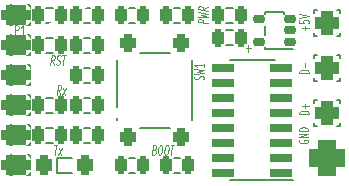
<source format=gbr>
%TF.GenerationSoftware,KiCad,Pcbnew,7.0.5*%
%TF.CreationDate,2023-10-06T16:43:15+02:00*%
%TF.ProjectId,USBTTLPGM_00,55534254-544c-4504-974d-5f30302e6b69,00*%
%TF.SameCoordinates,PX8b8aa80PY5faea10*%
%TF.FileFunction,Legend,Top*%
%TF.FilePolarity,Positive*%
%FSLAX46Y46*%
G04 Gerber Fmt 4.6, Leading zero omitted, Abs format (unit mm)*
G04 Created by KiCad (PCBNEW 7.0.5) date 2023-10-06 16:43:15*
%MOMM*%
%LPD*%
G01*
G04 APERTURE LIST*
G04 Aperture macros list*
%AMRoundRect*
0 Rectangle with rounded corners*
0 $1 Rounding radius*
0 $2 $3 $4 $5 $6 $7 $8 $9 X,Y pos of 4 corners*
0 Add a 4 corners polygon primitive as box body*
4,1,4,$2,$3,$4,$5,$6,$7,$8,$9,$2,$3,0*
0 Add four circle primitives for the rounded corners*
1,1,$1+$1,$2,$3*
1,1,$1+$1,$4,$5*
1,1,$1+$1,$6,$7*
1,1,$1+$1,$8,$9*
0 Add four rect primitives between the rounded corners*
20,1,$1+$1,$2,$3,$4,$5,0*
20,1,$1+$1,$4,$5,$6,$7,0*
20,1,$1+$1,$6,$7,$8,$9,0*
20,1,$1+$1,$8,$9,$2,$3,0*%
G04 Aperture macros list end*
%ADD10C,0.125000*%
%ADD11C,0.203200*%
%ADD12C,0.100000*%
%ADD13RoundRect,0.750000X-0.750000X-0.750000X0.750000X-0.750000X0.750000X0.750000X-0.750000X0.750000X0*%
%ADD14RoundRect,0.500000X-0.500000X-0.500000X0.500000X-0.500000X0.500000X0.500000X-0.500000X0.500000X0*%
%ADD15RoundRect,0.250000X-0.250000X-0.475000X0.250000X-0.475000X0.250000X0.475000X-0.250000X0.475000X0*%
%ADD16RoundRect,0.250000X0.250000X0.475000X-0.250000X0.475000X-0.250000X-0.475000X0.250000X-0.475000X0*%
%ADD17RoundRect,0.317500X0.952500X0.000000X-0.952500X0.000000X-0.952500X0.000000X0.952500X0.000000X0*%
%ADD18RoundRect,0.150000X0.400000X0.150000X-0.400000X0.150000X-0.400000X-0.150000X0.400000X-0.150000X0*%
%ADD19RoundRect,0.325000X0.325000X-0.450000X0.325000X0.450000X-0.325000X0.450000X-0.325000X-0.450000X0*%
%ADD20RoundRect,0.437500X0.812500X0.437500X-0.812500X0.437500X-0.812500X-0.437500X0.812500X-0.437500X0*%
%ADD21RoundRect,0.325000X-0.325000X-0.525000X0.325000X-0.525000X0.325000X0.525000X-0.325000X0.525000X0*%
%ADD22C,3.200000*%
%ADD23C,0.900000*%
G04 APERTURE END LIST*
D10*
%TO.C,CN4*%
X4364190Y-4190952D02*
X4326095Y-4238571D01*
X4326095Y-4238571D02*
X4326095Y-4310000D01*
X4326095Y-4310000D02*
X4364190Y-4381428D01*
X4364190Y-4381428D02*
X4440380Y-4429047D01*
X4440380Y-4429047D02*
X4516571Y-4452857D01*
X4516571Y-4452857D02*
X4668952Y-4476666D01*
X4668952Y-4476666D02*
X4783238Y-4476666D01*
X4783238Y-4476666D02*
X4935619Y-4452857D01*
X4935619Y-4452857D02*
X5011809Y-4429047D01*
X5011809Y-4429047D02*
X5088000Y-4381428D01*
X5088000Y-4381428D02*
X5126095Y-4310000D01*
X5126095Y-4310000D02*
X5126095Y-4262381D01*
X5126095Y-4262381D02*
X5088000Y-4190952D01*
X5088000Y-4190952D02*
X5049904Y-4167143D01*
X5049904Y-4167143D02*
X4783238Y-4167143D01*
X4783238Y-4167143D02*
X4783238Y-4262381D01*
X5126095Y-3952857D02*
X4326095Y-3952857D01*
X4326095Y-3952857D02*
X5126095Y-3667143D01*
X5126095Y-3667143D02*
X4326095Y-3667143D01*
X5126095Y-3429047D02*
X4326095Y-3429047D01*
X4326095Y-3429047D02*
X4326095Y-3309999D01*
X4326095Y-3309999D02*
X4364190Y-3238571D01*
X4364190Y-3238571D02*
X4440380Y-3190952D01*
X4440380Y-3190952D02*
X4516571Y-3167142D01*
X4516571Y-3167142D02*
X4668952Y-3143333D01*
X4668952Y-3143333D02*
X4783238Y-3143333D01*
X4783238Y-3143333D02*
X4935619Y-3167142D01*
X4935619Y-3167142D02*
X5011809Y-3190952D01*
X5011809Y-3190952D02*
X5088000Y-3238571D01*
X5088000Y-3238571D02*
X5126095Y-3309999D01*
X5126095Y-3309999D02*
X5126095Y-3429047D01*
%TO.C,CN3*%
X5173595Y-2027976D02*
X4373595Y-2027976D01*
X4373595Y-2027976D02*
X4373595Y-1908928D01*
X4373595Y-1908928D02*
X4411690Y-1837500D01*
X4411690Y-1837500D02*
X4487880Y-1789881D01*
X4487880Y-1789881D02*
X4564071Y-1766071D01*
X4564071Y-1766071D02*
X4716452Y-1742262D01*
X4716452Y-1742262D02*
X4830738Y-1742262D01*
X4830738Y-1742262D02*
X4983119Y-1766071D01*
X4983119Y-1766071D02*
X5059309Y-1789881D01*
X5059309Y-1789881D02*
X5135500Y-1837500D01*
X5135500Y-1837500D02*
X5173595Y-1908928D01*
X5173595Y-1908928D02*
X5173595Y-2027976D01*
X4868833Y-1527976D02*
X4868833Y-1147024D01*
X5173595Y-1337500D02*
X4564071Y-1337500D01*
%TO.C,CN2*%
X5173595Y1464524D02*
X4373595Y1464524D01*
X4373595Y1464524D02*
X4373595Y1583572D01*
X4373595Y1583572D02*
X4411690Y1655000D01*
X4411690Y1655000D02*
X4487880Y1702619D01*
X4487880Y1702619D02*
X4564071Y1726429D01*
X4564071Y1726429D02*
X4716452Y1750238D01*
X4716452Y1750238D02*
X4830738Y1750238D01*
X4830738Y1750238D02*
X4983119Y1726429D01*
X4983119Y1726429D02*
X5059309Y1702619D01*
X5059309Y1702619D02*
X5135500Y1655000D01*
X5135500Y1655000D02*
X5173595Y1583572D01*
X5173595Y1583572D02*
X5173595Y1464524D01*
X4868833Y1964524D02*
X4868833Y2345476D01*
%TO.C,CN1*%
X4868833Y5072144D02*
X4868833Y5453096D01*
X5173595Y5262620D02*
X4564071Y5262620D01*
X4373595Y5929287D02*
X4373595Y5691192D01*
X4373595Y5691192D02*
X4754547Y5667383D01*
X4754547Y5667383D02*
X4716452Y5691192D01*
X4716452Y5691192D02*
X4678357Y5738811D01*
X4678357Y5738811D02*
X4678357Y5857859D01*
X4678357Y5857859D02*
X4716452Y5905478D01*
X4716452Y5905478D02*
X4754547Y5929287D01*
X4754547Y5929287D02*
X4830738Y5953097D01*
X4830738Y5953097D02*
X5021214Y5953097D01*
X5021214Y5953097D02*
X5097404Y5929287D01*
X5097404Y5929287D02*
X5135500Y5905478D01*
X5135500Y5905478D02*
X5173595Y5857859D01*
X5173595Y5857859D02*
X5173595Y5738811D01*
X5173595Y5738811D02*
X5135500Y5691192D01*
X5135500Y5691192D02*
X5097404Y5667383D01*
X4373595Y6095954D02*
X5173595Y6262620D01*
X5173595Y6262620D02*
X4373595Y6429287D01*
%TO.C,LD5*%
X-3398905Y5678572D02*
X-4198905Y5778572D01*
X-4198905Y5778572D02*
X-4198905Y5969048D01*
X-4198905Y5969048D02*
X-4160810Y6011906D01*
X-4160810Y6011906D02*
X-4122715Y6030953D01*
X-4122715Y6030953D02*
X-4046524Y6045239D01*
X-4046524Y6045239D02*
X-3932239Y6030953D01*
X-3932239Y6030953D02*
X-3856048Y5997620D01*
X-3856048Y5997620D02*
X-3817953Y5969048D01*
X-3817953Y5969048D02*
X-3779858Y5916667D01*
X-3779858Y5916667D02*
X-3779858Y5726191D01*
X-4198905Y6230953D02*
X-3398905Y6250001D01*
X-3398905Y6250001D02*
X-3970334Y6416667D01*
X-3970334Y6416667D02*
X-3398905Y6440477D01*
X-3398905Y6440477D02*
X-4198905Y6659525D01*
X-3398905Y7035715D02*
X-3779858Y6916668D01*
X-3398905Y6750001D02*
X-4198905Y6850001D01*
X-4198905Y6850001D02*
X-4198905Y7040477D01*
X-4198905Y7040477D02*
X-4160810Y7083335D01*
X-4160810Y7083335D02*
X-4122715Y7102382D01*
X-4122715Y7102382D02*
X-4046524Y7116668D01*
X-4046524Y7116668D02*
X-3932239Y7102382D01*
X-3932239Y7102382D02*
X-3856048Y7069049D01*
X-3856048Y7069049D02*
X-3817953Y7040477D01*
X-3817953Y7040477D02*
X-3779858Y6988096D01*
X-3779858Y6988096D02*
X-3779858Y6797620D01*
%TO.C,LD4*%
X-15879881Y-363595D02*
X-15998929Y17358D01*
X-16165596Y-363595D02*
X-16065596Y436405D01*
X-16065596Y436405D02*
X-15875120Y436405D01*
X-15875120Y436405D02*
X-15832262Y398310D01*
X-15832262Y398310D02*
X-15813215Y360215D01*
X-15813215Y360215D02*
X-15798929Y284024D01*
X-15798929Y284024D02*
X-15813215Y169739D01*
X-15813215Y169739D02*
X-15846548Y93548D01*
X-15846548Y93548D02*
X-15875120Y55453D01*
X-15875120Y55453D02*
X-15927501Y17358D01*
X-15927501Y17358D02*
X-16117977Y17358D01*
X-15713215Y-363595D02*
X-15384643Y169739D01*
X-15646548Y169739D02*
X-15451310Y-363595D01*
%TO.C,LD2*%
X-7885953Y-5024547D02*
X-7819286Y-5062642D01*
X-7819286Y-5062642D02*
X-7800239Y-5100738D01*
X-7800239Y-5100738D02*
X-7785953Y-5176928D01*
X-7785953Y-5176928D02*
X-7800239Y-5291214D01*
X-7800239Y-5291214D02*
X-7833572Y-5367404D01*
X-7833572Y-5367404D02*
X-7862144Y-5405500D01*
X-7862144Y-5405500D02*
X-7914525Y-5443595D01*
X-7914525Y-5443595D02*
X-8105001Y-5443595D01*
X-8105001Y-5443595D02*
X-8005001Y-4643595D01*
X-8005001Y-4643595D02*
X-7838334Y-4643595D01*
X-7838334Y-4643595D02*
X-7795477Y-4681690D01*
X-7795477Y-4681690D02*
X-7776429Y-4719785D01*
X-7776429Y-4719785D02*
X-7762144Y-4795976D01*
X-7762144Y-4795976D02*
X-7771667Y-4872166D01*
X-7771667Y-4872166D02*
X-7805001Y-4948357D01*
X-7805001Y-4948357D02*
X-7833572Y-4986452D01*
X-7833572Y-4986452D02*
X-7885953Y-5024547D01*
X-7885953Y-5024547D02*
X-8052620Y-5024547D01*
X-7409763Y-4643595D02*
X-7314525Y-4643595D01*
X-7314525Y-4643595D02*
X-7271667Y-4681690D01*
X-7271667Y-4681690D02*
X-7233572Y-4757880D01*
X-7233572Y-4757880D02*
X-7228810Y-4910261D01*
X-7228810Y-4910261D02*
X-7262144Y-5176928D01*
X-7262144Y-5176928D02*
X-7305001Y-5329309D01*
X-7305001Y-5329309D02*
X-7362144Y-5405500D01*
X-7362144Y-5405500D02*
X-7414525Y-5443595D01*
X-7414525Y-5443595D02*
X-7509763Y-5443595D01*
X-7509763Y-5443595D02*
X-7552620Y-5405500D01*
X-7552620Y-5405500D02*
X-7590715Y-5329309D01*
X-7590715Y-5329309D02*
X-7595477Y-5176928D01*
X-7595477Y-5176928D02*
X-7562144Y-4910261D01*
X-7562144Y-4910261D02*
X-7519286Y-4757880D01*
X-7519286Y-4757880D02*
X-7462144Y-4681690D01*
X-7462144Y-4681690D02*
X-7409763Y-4643595D01*
X-6885953Y-4643595D02*
X-6790715Y-4643595D01*
X-6790715Y-4643595D02*
X-6747857Y-4681690D01*
X-6747857Y-4681690D02*
X-6709762Y-4757880D01*
X-6709762Y-4757880D02*
X-6705000Y-4910261D01*
X-6705000Y-4910261D02*
X-6738334Y-5176928D01*
X-6738334Y-5176928D02*
X-6781191Y-5329309D01*
X-6781191Y-5329309D02*
X-6838334Y-5405500D01*
X-6838334Y-5405500D02*
X-6890715Y-5443595D01*
X-6890715Y-5443595D02*
X-6985953Y-5443595D01*
X-6985953Y-5443595D02*
X-7028810Y-5405500D01*
X-7028810Y-5405500D02*
X-7066905Y-5329309D01*
X-7066905Y-5329309D02*
X-7071667Y-5176928D01*
X-7071667Y-5176928D02*
X-7038334Y-4910261D01*
X-7038334Y-4910261D02*
X-6995476Y-4757880D01*
X-6995476Y-4757880D02*
X-6938334Y-4681690D01*
X-6938334Y-4681690D02*
X-6885953Y-4643595D01*
X-6528809Y-4643595D02*
X-6243095Y-4643595D01*
X-6485952Y-5443595D02*
X-6385952Y-4643595D01*
%TO.C,LD1*%
X-16423571Y2176405D02*
X-16542619Y2557358D01*
X-16709286Y2176405D02*
X-16609286Y2976405D01*
X-16609286Y2976405D02*
X-16418810Y2976405D01*
X-16418810Y2976405D02*
X-16375952Y2938310D01*
X-16375952Y2938310D02*
X-16356905Y2900215D01*
X-16356905Y2900215D02*
X-16342619Y2824024D01*
X-16342619Y2824024D02*
X-16356905Y2709739D01*
X-16356905Y2709739D02*
X-16390238Y2633548D01*
X-16390238Y2633548D02*
X-16418810Y2595453D01*
X-16418810Y2595453D02*
X-16471191Y2557358D01*
X-16471191Y2557358D02*
X-16661667Y2557358D01*
X-16228333Y2214500D02*
X-16161667Y2176405D01*
X-16161667Y2176405D02*
X-16042619Y2176405D01*
X-16042619Y2176405D02*
X-15990238Y2214500D01*
X-15990238Y2214500D02*
X-15961667Y2252596D01*
X-15961667Y2252596D02*
X-15928333Y2328786D01*
X-15928333Y2328786D02*
X-15918810Y2404977D01*
X-15918810Y2404977D02*
X-15933095Y2481167D01*
X-15933095Y2481167D02*
X-15952143Y2519262D01*
X-15952143Y2519262D02*
X-15995000Y2557358D01*
X-15995000Y2557358D02*
X-16085476Y2595453D01*
X-16085476Y2595453D02*
X-16128333Y2633548D01*
X-16128333Y2633548D02*
X-16147381Y2671643D01*
X-16147381Y2671643D02*
X-16161667Y2747834D01*
X-16161667Y2747834D02*
X-16152143Y2824024D01*
X-16152143Y2824024D02*
X-16118810Y2900215D01*
X-16118810Y2900215D02*
X-16090238Y2938310D01*
X-16090238Y2938310D02*
X-16037857Y2976405D01*
X-16037857Y2976405D02*
X-15918810Y2976405D01*
X-15918810Y2976405D02*
X-15852143Y2938310D01*
X-15704524Y2976405D02*
X-15418810Y2976405D01*
X-15661667Y2176405D02*
X-15561667Y2976405D01*
%TO.C,C1*%
X237976Y3551334D02*
X-142976Y3551334D01*
X47500Y3856096D02*
X47500Y3246572D01*
%TO.C,SW1*%
X-3754500Y920835D02*
X-3716405Y992263D01*
X-3716405Y992263D02*
X-3716405Y1111311D01*
X-3716405Y1111311D02*
X-3754500Y1158930D01*
X-3754500Y1158930D02*
X-3792596Y1182739D01*
X-3792596Y1182739D02*
X-3868786Y1206549D01*
X-3868786Y1206549D02*
X-3944977Y1206549D01*
X-3944977Y1206549D02*
X-4021167Y1182739D01*
X-4021167Y1182739D02*
X-4059262Y1158930D01*
X-4059262Y1158930D02*
X-4097358Y1111311D01*
X-4097358Y1111311D02*
X-4135453Y1016073D01*
X-4135453Y1016073D02*
X-4173548Y968454D01*
X-4173548Y968454D02*
X-4211643Y944644D01*
X-4211643Y944644D02*
X-4287834Y920835D01*
X-4287834Y920835D02*
X-4364024Y920835D01*
X-4364024Y920835D02*
X-4440215Y944644D01*
X-4440215Y944644D02*
X-4478310Y968454D01*
X-4478310Y968454D02*
X-4516405Y1016073D01*
X-4516405Y1016073D02*
X-4516405Y1135120D01*
X-4516405Y1135120D02*
X-4478310Y1206549D01*
X-4516405Y1373215D02*
X-3716405Y1492263D01*
X-3716405Y1492263D02*
X-4287834Y1587501D01*
X-4287834Y1587501D02*
X-3716405Y1682739D01*
X-3716405Y1682739D02*
X-4516405Y1801786D01*
X-3716405Y2254168D02*
X-3716405Y1968454D01*
X-3716405Y2111311D02*
X-4516405Y2111311D01*
X-4516405Y2111311D02*
X-4402120Y2063692D01*
X-4402120Y2063692D02*
X-4325929Y2016073D01*
X-4325929Y2016073D02*
X-4287834Y1968454D01*
%TO.C,P1*%
X-19689048Y4716405D02*
X-19689048Y5516405D01*
X-19689048Y5516405D02*
X-19498572Y5516405D01*
X-19498572Y5516405D02*
X-19450953Y5478310D01*
X-19450953Y5478310D02*
X-19427143Y5440215D01*
X-19427143Y5440215D02*
X-19403334Y5364024D01*
X-19403334Y5364024D02*
X-19403334Y5249739D01*
X-19403334Y5249739D02*
X-19427143Y5173548D01*
X-19427143Y5173548D02*
X-19450953Y5135453D01*
X-19450953Y5135453D02*
X-19498572Y5097358D01*
X-19498572Y5097358D02*
X-19689048Y5097358D01*
X-18927143Y4716405D02*
X-19212857Y4716405D01*
X-19070000Y4716405D02*
X-19070000Y5516405D01*
X-19070000Y5516405D02*
X-19117619Y5402120D01*
X-19117619Y5402120D02*
X-19165238Y5325929D01*
X-19165238Y5325929D02*
X-19212857Y5287834D01*
%TO.C,LD3*%
X-16395000Y-4643595D02*
X-16109286Y-4643595D01*
X-16352143Y-5443595D02*
X-16252143Y-4643595D01*
X-16090239Y-5443595D02*
X-15761667Y-4910261D01*
X-16023572Y-4910261D02*
X-15828334Y-5443595D01*
D11*
%TO.C,CN4*%
X5615000Y-4865000D02*
X5615000Y-4615000D01*
X5615000Y-6565000D02*
X5615000Y-6815000D01*
X5865000Y-4615000D02*
X5615000Y-4615000D01*
X5865000Y-6815000D02*
X5615000Y-6815000D01*
X7565000Y-4615000D02*
X7815000Y-4615000D01*
X7565000Y-6815000D02*
X7815000Y-6815000D01*
X7815000Y-4865000D02*
X7815000Y-4615000D01*
X7815000Y-6565000D02*
X7815000Y-6815000D01*
%TO.C,CN3*%
X5615000Y-1055000D02*
X5615000Y-805000D01*
X5615000Y-2755000D02*
X5615000Y-3005000D01*
X5865000Y-805000D02*
X5615000Y-805000D01*
X5865000Y-3005000D02*
X5615000Y-3005000D01*
X7565000Y-805000D02*
X7815000Y-805000D01*
X7565000Y-3005000D02*
X7815000Y-3005000D01*
X7815000Y-1055000D02*
X7815000Y-805000D01*
X7815000Y-2755000D02*
X7815000Y-3005000D01*
%TO.C,CN2*%
X7815000Y1055000D02*
X7815000Y805000D01*
X7815000Y2755000D02*
X7815000Y3005000D01*
X7565000Y805000D02*
X7815000Y805000D01*
X7565000Y3005000D02*
X7815000Y3005000D01*
X5865000Y805000D02*
X5615000Y805000D01*
X5865000Y3005000D02*
X5615000Y3005000D01*
X5615000Y1055000D02*
X5615000Y805000D01*
X5615000Y2755000D02*
X5615000Y3005000D01*
%TO.C,CN1*%
X7815000Y4865000D02*
X7815000Y4615000D01*
X7815000Y6565000D02*
X7815000Y6815000D01*
X7565000Y4615000D02*
X7815000Y4615000D01*
X7565000Y6815000D02*
X7815000Y6815000D01*
X5865000Y4615000D02*
X5615000Y4615000D01*
X5865000Y6815000D02*
X5615000Y6815000D01*
X5615000Y4865000D02*
X5615000Y4615000D01*
X5615000Y6565000D02*
X5615000Y6815000D01*
%TO.C,LD5*%
X-1801252Y6990000D02*
X-1278748Y6990000D01*
X-1801252Y5710000D02*
X-1278748Y5710000D01*
%TO.C,LD4*%
X-17041252Y-630000D02*
X-16518748Y-630000D01*
X-17041252Y-1910000D02*
X-16518748Y-1910000D01*
%TO.C,LD2*%
X-5723748Y-6990000D02*
X-6246252Y-6990000D01*
X-5723748Y-5710000D02*
X-6246252Y-5710000D01*
%TO.C,LD1*%
X-17041252Y4450000D02*
X-16518748Y4450000D01*
X-17041252Y3170000D02*
X-16518748Y3170000D01*
%TO.C,IC2*%
X365000Y2540000D02*
X-1540000Y2540000D01*
X365000Y2540000D02*
X2270000Y2540000D01*
X407500Y-7620000D02*
X-1540000Y-7620000D01*
X407500Y-7620000D02*
X3857500Y-7620000D01*
%TO.C,IC1*%
X1477520Y6667500D02*
X2270000Y6667500D01*
X1477520Y6477000D02*
X1477520Y6667500D01*
X1477520Y4699000D02*
X1477520Y5461000D01*
X1477520Y3492500D02*
X1477520Y3683000D01*
X1477520Y3492500D02*
X2518920Y3492500D01*
X2518920Y3492500D02*
X3857500Y3492500D01*
X3062480Y6667500D02*
X2270000Y6667500D01*
X3062480Y6477000D02*
X3062480Y6667500D01*
%TO.C,C2*%
X-13866252Y1910000D02*
X-13343748Y1910000D01*
X-13866252Y630000D02*
X-13343748Y630000D01*
%TO.C,C1*%
X-1278748Y3805000D02*
X-1801252Y3805000D01*
X-1278748Y5085000D02*
X-1801252Y5085000D01*
%TO.C,SW1*%
X-9160000Y-3175000D02*
X-6620000Y-3175000D01*
X-11065000Y-2540000D02*
X-11065000Y2540000D01*
X-4715000Y-2540000D02*
X-4715000Y2540000D01*
X-6620000Y3175000D02*
X-9160000Y3175000D01*
%TO.C,R10*%
X-6246252Y6990000D02*
X-5723748Y6990000D01*
X-6246252Y5710000D02*
X-5723748Y5710000D01*
%TO.C,R9*%
X-13866252Y-1910000D02*
X-13343748Y-1910000D01*
X-13866252Y-630000D02*
X-13343748Y-630000D01*
%TO.C,R8*%
X-13866252Y-4450000D02*
X-13343748Y-4450000D01*
X-13866252Y-3170000D02*
X-13343748Y-3170000D01*
%TO.C,R5*%
X-13343748Y6990000D02*
X-13866252Y6990000D01*
X-13343748Y5710000D02*
X-13866252Y5710000D01*
%TO.C,R4*%
X-16518748Y5710000D02*
X-17041252Y5710000D01*
X-16518748Y6990000D02*
X-17041252Y6990000D01*
%TO.C,R3*%
X-9533748Y-6990000D02*
X-10056252Y-6990000D01*
X-9533748Y-5710000D02*
X-10056252Y-5710000D01*
%TO.C,R2*%
X-13866252Y4450000D02*
X-13343748Y4450000D01*
X-13866252Y3170000D02*
X-13343748Y3170000D01*
%TO.C,R1*%
X-9533748Y5710000D02*
X-10056252Y5710000D01*
X-9533748Y6990000D02*
X-10056252Y6990000D01*
%TO.C,P6*%
X-20170000Y-5750000D02*
X-20170000Y-5500000D01*
X-20170000Y-6950000D02*
X-20170000Y-7200000D01*
X-19920000Y-5500000D02*
X-20170000Y-5500000D01*
X-19920000Y-7200000D02*
X-20170000Y-7200000D01*
X-18720000Y-5500000D02*
X-18470000Y-5500000D01*
X-18720000Y-7200000D02*
X-18470000Y-7200000D01*
X-18470000Y-5750000D02*
X-18470000Y-5500000D01*
X-18470000Y-6950000D02*
X-18470000Y-7200000D01*
%TO.C,P5*%
X-18470000Y-4410000D02*
X-18470000Y-4660000D01*
X-18470000Y-3210000D02*
X-18470000Y-2960000D01*
X-18720000Y-4660000D02*
X-18470000Y-4660000D01*
X-18720000Y-2960000D02*
X-18470000Y-2960000D01*
X-19920000Y-4660000D02*
X-20170000Y-4660000D01*
X-19920000Y-2960000D02*
X-20170000Y-2960000D01*
X-20170000Y-4410000D02*
X-20170000Y-4660000D01*
X-20170000Y-3210000D02*
X-20170000Y-2960000D01*
%TO.C,P4*%
X-18470000Y-1870000D02*
X-18470000Y-2120000D01*
X-18470000Y-670000D02*
X-18470000Y-420000D01*
X-18720000Y-2120000D02*
X-18470000Y-2120000D01*
X-18720000Y-420000D02*
X-18470000Y-420000D01*
X-19920000Y-2120000D02*
X-20170000Y-2120000D01*
X-19920000Y-420000D02*
X-20170000Y-420000D01*
X-20170000Y-1870000D02*
X-20170000Y-2120000D01*
X-20170000Y-670000D02*
X-20170000Y-420000D01*
%TO.C,P3*%
X-18470000Y670000D02*
X-18470000Y420000D01*
X-18470000Y1870000D02*
X-18470000Y2120000D01*
X-18720000Y420000D02*
X-18470000Y420000D01*
X-18720000Y2120000D02*
X-18470000Y2120000D01*
X-19920000Y420000D02*
X-20170000Y420000D01*
X-19920000Y2120000D02*
X-20170000Y2120000D01*
X-20170000Y670000D02*
X-20170000Y420000D01*
X-20170000Y1870000D02*
X-20170000Y2120000D01*
%TO.C,P2*%
X-18470000Y3210000D02*
X-18470000Y2960000D01*
X-18470000Y4410000D02*
X-18470000Y4660000D01*
X-18720000Y2960000D02*
X-18470000Y2960000D01*
X-18720000Y4660000D02*
X-18470000Y4660000D01*
X-19920000Y2960000D02*
X-20170000Y2960000D01*
X-19920000Y4660000D02*
X-20170000Y4660000D01*
X-20170000Y3210000D02*
X-20170000Y2960000D01*
X-20170000Y4410000D02*
X-20170000Y4660000D01*
%TO.C,P1*%
X-18470000Y5750000D02*
X-18470000Y5500000D01*
X-18470000Y6950000D02*
X-18470000Y7200000D01*
X-18720000Y5500000D02*
X-18470000Y5500000D01*
X-18720000Y7200000D02*
X-18470000Y7200000D01*
X-19920000Y5500000D02*
X-20170000Y5500000D01*
X-19920000Y7200000D02*
X-20170000Y7200000D01*
X-20170000Y5750000D02*
X-20170000Y5500000D01*
X-20170000Y6950000D02*
X-20170000Y7200000D01*
%TO.C,LD3*%
X-17041252Y-3170000D02*
X-16518748Y-3170000D01*
X-17041252Y-4450000D02*
X-16518748Y-4450000D01*
%TO.C,D1*%
X-16145000Y-6985000D02*
X-16145000Y-5715000D01*
X-14875000Y-5715000D02*
X-16145000Y-5715000D01*
X-14875000Y-6985000D02*
X-16145000Y-6985000D01*
%TD*%
%LPC*%
D12*
X8500000Y8000000D02*
X8500000Y-8000000D01*
D13*
%TO.C,CN4*%
X6715000Y-5715000D03*
%TD*%
D14*
%TO.C,CN3*%
X6715000Y-1905000D03*
%TD*%
%TO.C,CN2*%
X6715000Y1905000D03*
%TD*%
%TO.C,CN1*%
X6715000Y5715000D03*
%TD*%
D15*
%TO.C,LD5*%
X-590000Y6350000D03*
X-2490000Y6350000D03*
%TD*%
%TO.C,LD4*%
X-15830000Y-1270000D03*
X-17730000Y-1270000D03*
%TD*%
D16*
%TO.C,LD2*%
X-6935000Y-6350000D03*
X-5035000Y-6350000D03*
%TD*%
D15*
%TO.C,LD1*%
X-15830000Y3810000D03*
X-17730000Y3810000D03*
%TD*%
D17*
%TO.C,IC2*%
X-2098800Y-6985000D03*
X-2098800Y-5715000D03*
X-2098800Y-4445000D03*
X-2098800Y-3175000D03*
X-2098800Y-1905000D03*
X-2098800Y-635000D03*
X-2098800Y635000D03*
X-2098800Y1905000D03*
X2828800Y1905000D03*
X2828800Y635000D03*
X2828800Y-635000D03*
X2828800Y-1905000D03*
X2828800Y-3175000D03*
X2828800Y-4445000D03*
X2828800Y-5715000D03*
X2828800Y-6985000D03*
%TD*%
D18*
%TO.C,IC1*%
X970000Y4130000D03*
X970000Y6030000D03*
X3570000Y6030000D03*
X3570000Y5080000D03*
X3570000Y4130000D03*
%TD*%
D15*
%TO.C,C2*%
X-14555000Y1270000D03*
X-12655000Y1270000D03*
%TD*%
D16*
%TO.C,C1*%
X-590000Y4445000D03*
X-2490000Y4445000D03*
%TD*%
D19*
%TO.C,SW1*%
X-10140000Y-3975000D03*
X-5640000Y-3975000D03*
X-10140000Y3975000D03*
X-5640000Y3975000D03*
%TD*%
D15*
%TO.C,R10*%
X-6935000Y6350000D03*
X-5035000Y6350000D03*
%TD*%
%TO.C,R9*%
X-12655000Y-1270000D03*
X-14555000Y-1270000D03*
%TD*%
%TO.C,R8*%
X-12655000Y-3810000D03*
X-14555000Y-3810000D03*
%TD*%
D16*
%TO.C,R5*%
X-14555000Y6350000D03*
X-12655000Y6350000D03*
%TD*%
%TO.C,R4*%
X-15830000Y6350000D03*
X-17730000Y6350000D03*
%TD*%
%TO.C,R3*%
X-8845000Y-6350000D03*
X-10745000Y-6350000D03*
%TD*%
D15*
%TO.C,R2*%
X-14555000Y3810000D03*
X-12655000Y3810000D03*
%TD*%
D16*
%TO.C,R1*%
X-8845000Y6350000D03*
X-10745000Y6350000D03*
%TD*%
D20*
%TO.C,P6*%
X-19620000Y-6350000D03*
%TD*%
%TO.C,P5*%
X-19620000Y-3810000D03*
%TD*%
%TO.C,P4*%
X-19620000Y-1270000D03*
%TD*%
%TO.C,P3*%
X-19620000Y1270000D03*
%TD*%
%TO.C,P2*%
X-19620000Y3810000D03*
%TD*%
%TO.C,P1*%
X-19620000Y6350000D03*
%TD*%
D15*
%TO.C,LD3*%
X-15830000Y-3810000D03*
X-17730000Y-3810000D03*
%TD*%
D21*
%TO.C,D1*%
X-17260000Y-6350000D03*
X-13760000Y-6350000D03*
%TD*%
D22*
X18780000Y-5500000D03*
X18780000Y5500000D03*
D23*
X-4080000Y4445000D03*
X4810000Y4434475D03*
X-4080000Y-635000D03*
X-11065000Y-1905000D03*
X-13922500Y7302500D03*
X-10112500Y2222500D03*
X-16462500Y5397500D03*
X-9160000Y952500D03*
X-9160000Y-635000D03*
X682500Y-4445000D03*
X682500Y-5715000D03*
%LPD*%
M02*

</source>
